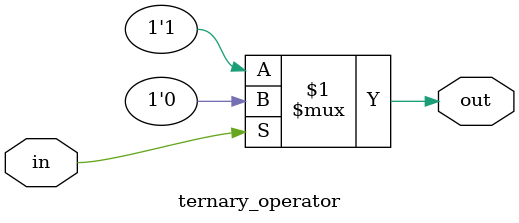
<source format=sv>
module ternary_operator (
    input logic in,
    output logic out
);
    
    assign out = in ? 1'b0 : 1'b1;

endmodule
</source>
